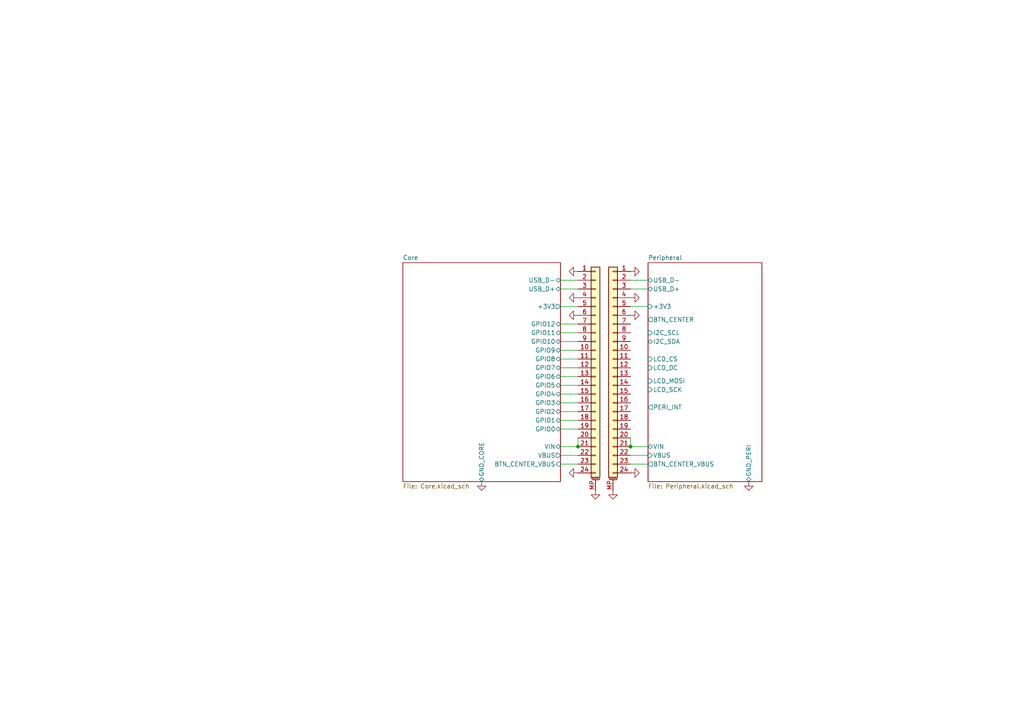
<source format=kicad_sch>
(kicad_sch (version 20250114) (generator "eeschema") (generator_version "9.0")
  (paper "A4")
  (lib_symbols
    (symbol "Connector_Generic_MountingPin:Conn_01x24_MountingPin" (pin_names (offset 1.016) (hide yes))
      (property "Reference" "J" (at 0 30.48 0))
      (property "Value" "Conn_01x24_MountingPin" (at 1.27 -33.02 0))
      (symbol "Conn_01x24_MountingPin_1_1"
        (rectangle (start -1.27 29.21) (end 1.27 -31.75) (stroke (width 0.254)) (fill (type background)))
        (rectangle (start -1.27 28.067) (end 0 27.813) (stroke (width 0.1524)))
        (rectangle (start -1.27 25.527) (end 0 25.273) (stroke (width 0.1524)))
        (rectangle (start -1.27 22.987) (end 0 22.733) (stroke (width 0.1524)))
        (rectangle (start -1.27 20.447) (end 0 20.193) (stroke (width 0.1524)))
        (rectangle (start -1.27 17.907) (end 0 17.653) (stroke (width 0.1524)))
        (rectangle (start -1.27 15.367) (end 0 15.113) (stroke (width 0.1524)))
        (rectangle (start -1.27 12.827) (end 0 12.573) (stroke (width 0.1524)))
        (rectangle (start -1.27 10.287) (end 0 10.033) (stroke (width 0.1524)))
        (rectangle (start -1.27 7.747) (end 0 7.493) (stroke (width 0.1524)))
        (rectangle (start -1.27 5.207) (end 0 4.953) (stroke (width 0.1524)))
        (rectangle (start -1.27 2.667) (end 0 2.413) (stroke (width 0.1524)))
        (rectangle (start -1.27 0.127) (end 0 -0.127) (stroke (width 0.1524)))
        (rectangle (start -1.27 -2.413) (end 0 -2.667) (stroke (width 0.1524)))
        (rectangle (start -1.27 -4.953) (end 0 -5.207) (stroke (width 0.1524)))
        (rectangle (start -1.27 -7.493) (end 0 -7.747) (stroke (width 0.1524)))
        (rectangle (start -1.27 -10.033) (end 0 -10.287) (stroke (width 0.1524)))
        (rectangle (start -1.27 -12.573) (end 0 -12.827) (stroke (width 0.1524)))
        (rectangle (start -1.27 -15.113) (end 0 -15.367) (stroke (width 0.1524)))
        (rectangle (start -1.27 -17.653) (end 0 -17.907) (stroke (width 0.1524)))
        (rectangle (start -1.27 -20.193) (end 0 -20.447) (stroke (width 0.1524)))
        (rectangle (start -1.27 -22.733) (end 0 -22.987) (stroke (width 0.1524)))
        (rectangle (start -1.27 -25.273) (end 0 -25.527) (stroke (width 0.1524)))
        (rectangle (start -1.27 -27.813) (end 0 -28.067) (stroke (width 0.1524)))
        (rectangle (start -1.27 -30.353) (end 0 -30.607) (stroke (width 0.1524)))
        (polyline (pts (xy -1.016 -32.512) (xy 1.016 -32.512)) (stroke (width 0.1524)))
        (text "Mounting" (at 0 -32.131 0) (effects (font (size 0.381 0.381))))
        (pin passive line (at -5.08 27.94 0) (length 3.81) (name "Pin_1") (number "1"))
        (pin passive line (at -5.08 25.4 0) (length 3.81) (name "Pin_2") (number "2"))
        (pin passive line (at -5.08 22.86 0) (length 3.81) (name "Pin_3") (number "3"))
        (pin passive line (at -5.08 20.32 0) (length 3.81) (name "Pin_4") (number "4"))
        (pin passive line (at -5.08 17.78 0) (length 3.81) (name "Pin_5") (number "5"))
        (pin passive line (at -5.08 15.24 0) (length 3.81) (name "Pin_6") (number "6"))
        (pin passive line (at -5.08 12.7 0) (length 3.81) (name "Pin_7") (number "7"))
        (pin passive line (at -5.08 10.16 0) (length 3.81) (name "Pin_8") (number "8"))
        (pin passive line (at -5.08 7.62 0) (length 3.81) (name "Pin_9") (number "9"))
        (pin passive line (at -5.08 5.08 0) (length 3.81) (name "Pin_10") (number "10"))
        (pin passive line (at -5.08 2.54 0) (length 3.81) (name "Pin_11") (number "11"))
        (pin passive line (at -5.08 0 0) (length 3.81) (name "Pin_12") (number "12"))
        (pin passive line (at -5.08 -2.54 0) (length 3.81) (name "Pin_13") (number "13"))
        (pin passive line (at -5.08 -5.08 0) (length 3.81) (name "Pin_14") (number "14"))
        (pin passive line (at -5.08 -7.62 0) (length 3.81) (name "Pin_15") (number "15"))
        (pin passive line (at -5.08 -10.16 0) (length 3.81) (name "Pin_16") (number "16"))
        (pin passive line (at -5.08 -12.7 0) (length 3.81) (name "Pin_17") (number "17"))
        (pin passive line (at -5.08 -15.24 0) (length 3.81) (name "Pin_18") (number "18"))
        (pin passive line (at -5.08 -17.78 0) (length 3.81) (name "Pin_19") (number "19"))
        (pin passive line (at -5.08 -20.32 0) (length 3.81) (name "Pin_20") (number "20"))
        (pin passive line (at -5.08 -22.86 0) (length 3.81) (name "Pin_21") (number "21"))
        (pin passive line (at -5.08 -25.4 0) (length 3.81) (name "Pin_22") (number "22"))
        (pin passive line (at -5.08 -27.94 0) (length 3.81) (name "Pin_23") (number "23"))
        (pin passive line (at -5.08 -30.48 0) (length 3.81) (name "Pin_24") (number "24"))
        (pin passive line (at 0 -35.56 90) (length 3.048) (name "MountPin") (number "MP"))
      )
    )
    (symbol "power:GND" (power) (pin_numbers (hide yes)) (pin_names (offset 0) (hide yes))
      (property "Value" "GND" (at 0 -3.81 0))
      (symbol "GND_0_1"
        (polyline (pts (xy 0 0) (xy 0 -1.27) (xy 1.27 -1.27) (xy 0 -2.54) (xy -1.27 -1.27) (xy 0 -1.27)))
      )
      (symbol "GND_1_1"
        (pin power_in line (at 0 0 270) (length 0) (name "~") (number "1"))
      )
    )
  )
  (junction (at 167.64 129.54))
  (junction (at 182.88 129.54))
  (wire (pts (xy 162.56 116.84) (xy 167.64 116.84)))
  (wire (pts (xy 182.88 134.62) (xy 187.96 134.62)))
  (wire (pts (xy 162.56 109.22) (xy 167.64 109.22)))
  (wire (pts (xy 182.88 88.9) (xy 187.96 88.9)))
  (wire (pts (xy 162.56 132.08) (xy 167.64 132.08)))
  (wire (pts (xy 162.56 83.82) (xy 167.64 83.82)))
  (wire (pts (xy 162.56 81.28) (xy 167.64 81.28)))
  (wire (pts (xy 162.56 93.98) (xy 167.64 93.98)))
  (wire (pts (xy 182.88 129.54) (xy 187.96 129.54)))
  (wire (pts (xy 162.56 101.6) (xy 167.64 101.6)))
  (wire (pts (xy 162.56 134.62) (xy 167.64 134.62)))
  (wire (pts (xy 162.56 121.92) (xy 167.64 121.92)))
  (wire (pts (xy 182.88 81.28) (xy 187.96 81.28)))
  (wire (pts (xy 167.64 129.54) (xy 167.64 127)))
  (wire (pts (xy 162.56 124.46) (xy 167.64 124.46)))
  (wire (pts (xy 162.56 104.14) (xy 167.64 104.14)))
  (wire (pts (xy 182.88 83.82) (xy 187.96 83.82)))
  (wire (pts (xy 162.56 96.52) (xy 167.64 96.52)))
  (wire (pts (xy 182.88 127) (xy 182.88 129.54)))
  (wire (pts (xy 162.56 119.38) (xy 167.64 119.38)))
  (wire (pts (xy 162.56 114.3) (xy 167.64 114.3)))
  (wire (pts (xy 162.56 129.54) (xy 167.64 129.54)))
  (wire (pts (xy 162.56 111.76) (xy 167.64 111.76)))
  (wire (pts (xy 162.56 99.06) (xy 167.64 99.06)))
  (wire (pts (xy 182.88 132.08) (xy 187.96 132.08)))
  (wire (pts (xy 162.56 106.68) (xy 167.64 106.68)))
  (wire (pts (xy 162.56 88.9) (xy 167.64 88.9)))
  (symbol (lib_id "power:GND") (at 177.8 142.24 0) (unit 1)
    (property "Reference" "#PWR049" (effects (hide yes)))
    (property "Value" "GND_PERI" (effects (hide yes)))
    (property "Description" "Power symbol creates a global label with name \"GND\" , ground" (effects (hide yes)))
  )
  (symbol (lib_id "power:GND") (at 167.64 78.74 270) (unit 1)
    (property "Reference" "#PWR096" (effects (hide yes)))
    (property "Value" "GND_CORE" (effects (hide yes)))
    (property "Description" "Power symbol creates a global label with name \"GND\" , ground" (effects (hide yes)))
  )
  (symbol (lib_id "Connector_Generic_MountingPin:Conn_01x24_MountingPin") (at 177.8 106.68 0) (mirror y) (unit 1)
    (property "Reference" "J21" (effects (hide yes)))
    (property "Value" "Conn_01x24_MountingPin" (effects (hide yes)))
    (property "Footprint" "Project:FPC_Verticle_24pin_0.5mm" (effects (hide yes)))
    (property "Description" "Generic connectable mounting pin connector, single row, 01x24, script generated (kicad-library-utils/schlib/autogen/connector/)" (effects (hide yes)))
  )
  (symbol (lib_id "power:GND") (at 182.88 78.74 90) (unit 1)
    (property "Reference" "#PWR097" (effects (hide yes)))
    (property "Value" "GND_PERI" (effects (hide yes)))
    (property "Description" "Power symbol creates a global label with name \"GND\" , ground" (effects (hide yes)))
  )
  (symbol (lib_id "power:GND") (at 167.64 86.36 270) (unit 1)
    (property "Reference" "#PWR099" (effects (hide yes)))
    (property "Value" "GND_CORE" (effects (hide yes)))
    (property "Description" "Power symbol creates a global label with name \"GND\" , ground" (effects (hide yes)))
  )
  (symbol (lib_id "power:GND") (at 182.88 137.16 90) (unit 1)
    (property "Reference" "#PWR052" (effects (hide yes)))
    (property "Value" "GND_PERI" (effects (hide yes)))
    (property "Description" "Power symbol creates a global label with name \"GND\" , ground" (effects (hide yes)))
  )
  (symbol (lib_id "Connector_Generic_MountingPin:Conn_01x24_MountingPin") (at 172.72 106.68 0) (unit 1)
    (property "Reference" "J20" (effects (hide yes)))
    (property "Value" "Conn_01x24_MountingPin" (effects (hide yes)))
    (property "Footprint" "Project:FPC_Verticle_24pin_0.5mm" (effects (hide yes)))
    (property "Description" "Generic connectable mounting pin connector, single row, 01x24, script generated (kicad-library-utils/schlib/autogen/connector/)" (effects (hide yes)))
  )
  (symbol (lib_id "power:GND") (at 182.88 86.36 90) (unit 1)
    (property "Reference" "#PWR0101" (effects (hide yes)))
    (property "Value" "GND_PERI" (effects (hide yes)))
    (property "Description" "Power symbol creates a global label with name \"GND\" , ground" (effects (hide yes)))
  )
  (symbol (lib_id "power:GND") (at 217.17 139.7 0) (unit 1)
    (property "Reference" "#PWR098" (effects (hide yes)))
    (property "Value" "GND_PERI" (effects (hide yes)))
    (property "Description" "Power symbol creates a global label with name \"GND\" , ground" (effects (hide yes)))
  )
  (symbol (lib_id "power:GND") (at 172.72 142.24 0) (unit 1)
    (property "Reference" "#PWR093" (effects (hide yes)))
    (property "Value" "GND_CORE" (effects (hide yes)))
    (property "Description" "Power symbol creates a global label with name \"GND\" , ground" (effects (hide yes)))
  )
  (symbol (lib_id "power:GND") (at 167.64 91.44 270) (unit 1)
    (property "Reference" "#PWR0100" (effects (hide yes)))
    (property "Value" "GND_CORE" (effects (hide yes)))
    (property "Description" "Power symbol creates a global label with name \"GND\" , ground" (effects (hide yes)))
  )
  (symbol (lib_id "power:GND") (at 167.64 137.16 270) (unit 1)
    (property "Reference" "#PWR095" (effects (hide yes)))
    (property "Value" "GND_CORE" (effects (hide yes)))
    (property "Description" "Power symbol creates a global label with name \"GND\" , ground" (effects (hide yes)))
  )
  (symbol (lib_id "power:GND") (at 139.7 139.7 0) (unit 1)
    (property "Reference" "#PWR094" (effects (hide yes)))
    (property "Value" "GND_CORE" (effects (hide yes)))
    (property "Description" "Power symbol creates a global label with name \"GND\" , ground" (effects (hide yes)))
  )
  (symbol (lib_id "power:GND") (at 182.88 91.44 90) (unit 1)
    (property "Reference" "#PWR0102" (effects (hide yes)))
    (property "Value" "GND_PERI" (effects (hide yes)))
    (property "Description" "Power symbol creates a global label with name \"GND\" , ground" (effects (hide yes)))
  )
  (sheet (at 187.96 76.2) (size 33.02 63.5) (stroke (width 0.1524))
    (property "Sheetname" "Peripheral" (at 187.96 75.4884 0) (effects (justify left bottom)))
    (property "Sheetfile" "Peripheral.kicad_sch" (at 187.96 140.2846 0) (effects (justify left top)))
    (pin "+3V3" input (at 187.96 88.9 180))
    (pin "BTN_CENTER" output (at 187.96 92.71 180))
    (pin "BTN_CENTER_VBUS" output (at 187.96 134.62 180))
    (pin "I2C_SCL" input (at 187.96 96.52 180))
    (pin "I2C_SDA" bidirectional (at 187.96 99.06 180))
    (pin "LCD_CS" input (at 187.96 104.14 180))
    (pin "LCD_DC" input (at 187.96 106.68 180))
    (pin "LCD_MOSI" input (at 187.96 110.49 180))
    (pin "LCD_SCK" input (at 187.96 113.03 180))
    (pin "PERI_INT" output (at 187.96 118.11 180))
    (pin "VBUS" input (at 187.96 132.08 180))
    (pin "GND_PERI" bidirectional (at 217.17 139.7 270))
    (pin "USB_D+" bidirectional (at 187.96 83.82 180))
    (pin "USB_D-" bidirectional (at 187.96 81.28 180))
    (pin "VIN" bidirectional (at 187.96 129.54 180))
  )
  (sheet (at 116.84 76.2) (size 45.72 63.5) (stroke (width 0.1524))
    (property "Sheetname" "Core" (at 116.84 75.4884 0) (effects (justify left bottom)))
    (property "Sheetfile" "Core.kicad_sch" (at 116.84 140.2846 0) (effects (justify left top)))
    (pin "+3V3" output (at 162.56 88.9 0))
    (pin "BTN_CENTER_VBUS" input (at 162.56 134.62 0))
    (pin "GND_CORE" bidirectional (at 139.7 139.7 270))
    (pin "GPIO0" bidirectional (at 162.56 124.46 0))
    (pin "GPIO1" bidirectional (at 162.56 121.92 0))
    (pin "GPIO2" bidirectional (at 162.56 119.38 0))
    (pin "GPIO3" bidirectional (at 162.56 116.84 0))
    (pin "GPIO4" bidirectional (at 162.56 114.3 0))
    (pin "GPIO5" bidirectional (at 162.56 111.76 0))
    (pin "GPIO6" bidirectional (at 162.56 109.22 0))
    (pin "GPIO7" bidirectional (at 162.56 106.68 0))
    (pin "GPIO8" bidirectional (at 162.56 104.14 0))
    (pin "GPIO9" bidirectional (at 162.56 101.6 0))
    (pin "GPIO10" bidirectional (at 162.56 99.06 0))
    (pin "GPIO11" bidirectional (at 162.56 96.52 0))
    (pin "GPIO12" bidirectional (at 162.56 93.98 0))
    (pin "USB_D+" bidirectional (at 162.56 83.82 0))
    (pin "USB_D-" bidirectional (at 162.56 81.28 0))
    (pin "VBUS" output (at 162.56 132.08 0))
    (pin "VIN" bidirectional (at 162.56 129.54 0))
  )
)
</source>
